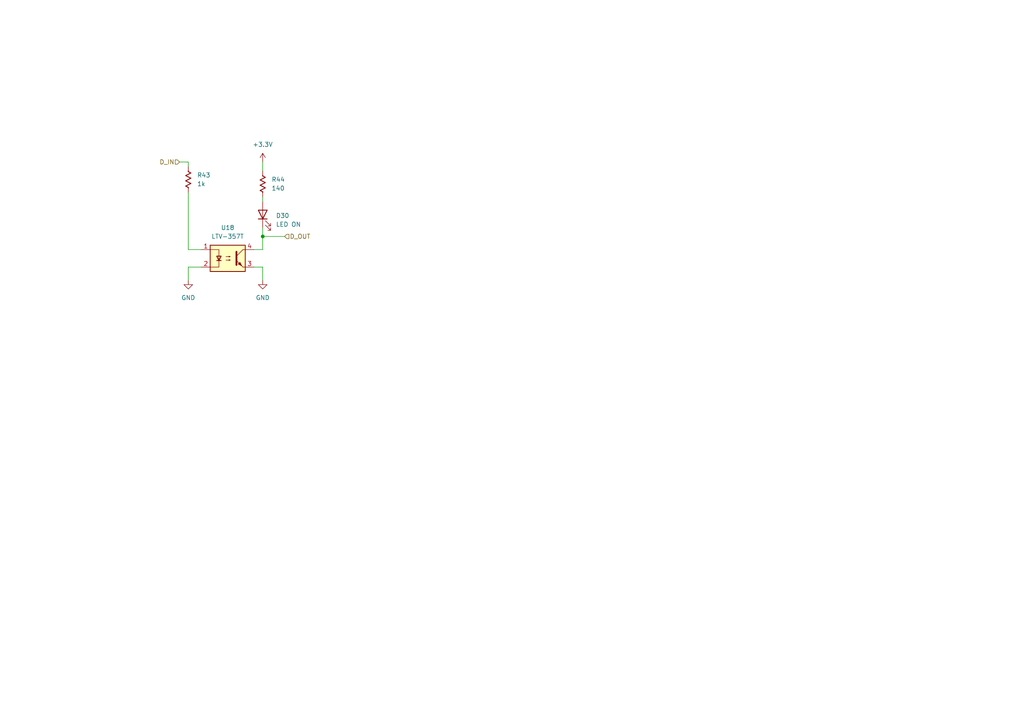
<source format=kicad_sch>
(kicad_sch (version 20250114) (generator "eeschema") (generator_version "9.0")
  (paper "A4")
  (lib_symbols
    (symbol "EasyEDA:+3.3V" (power) (pin_numbers (hide yes)) (pin_names (offset 0) (hide yes))
      (property "Value" "+3.3V" (at 0 3.556 0))
      (symbol "+3.3V_0_1"
        (polyline (pts (xy -0.762 1.27) (xy 0 2.54)))
        (polyline (pts (xy 0 2.54) (xy 0.762 1.27)))
        (polyline (pts (xy 0 0) (xy 0 2.54)))
      )
      (symbol "+3.3V_1_1"
        (pin power_in line (at 0 0 90) (length 0) (name "~") (number "1"))
      )
    )
    (symbol "EasyEDA:GND" (power) (pin_numbers (hide yes)) (pin_names (offset 0) (hide yes))
      (property "Value" "GND" (at 0 -3.81 0))
      (symbol "GND_0_1"
        (polyline (pts (xy 0 0) (xy 0 -1.27) (xy 1.27 -1.27) (xy 0 -2.54) (xy -1.27 -1.27) (xy 0 -1.27)))
      )
      (symbol "GND_1_1"
        (pin power_in line (at 0 0 270) (length 0) (name "~") (number "1"))
      )
    )
    (symbol "EasyEDA:LED" (pin_numbers (hide yes)) (pin_names (offset 1.016) (hide yes))
      (property "Reference" "D" (at 0 2.54 0))
      (property "Value" "LED" (at 0 -2.54 0))
      (symbol "LED_0_1"
        (polyline (pts (xy -3.048 -0.762) (xy -4.572 -2.286) (xy -3.81 -2.286) (xy -4.572 -2.286) (xy -4.572 -1.524)))
        (polyline (pts (xy -1.778 -0.762) (xy -3.302 -2.286) (xy -2.54 -2.286) (xy -3.302 -2.286) (xy -3.302 -1.524)))
        (polyline (pts (xy -1.27 0) (xy 1.27 0)))
        (polyline (pts (xy -1.27 -1.27) (xy -1.27 1.27)) (stroke (width 0.254)))
        (polyline (pts (xy 1.27 -1.27) (xy 1.27 1.27) (xy -1.27 0) (xy 1.27 -1.27)) (stroke (width 0.254)))
      )
      (symbol "LED_1_1"
        (pin passive line (at -3.81 0 0) (length 2.54) (name "K") (number "1"))
        (pin passive line (at 3.81 0 180) (length 2.54) (name "A") (number "2"))
      )
    )
    (symbol "EasyEDA:LTV-357T" (pin_names (offset 1.016))
      (property "Reference" "U" (at -5.334 4.826 0))
      (property "Value" "LTV-357T" (at 0 5.08 0))
      (symbol "LTV-357T_0_1"
        (rectangle (start -5.08 3.81) (end 5.08 -3.81) (stroke (width 0.254)) (fill (type background)))
        (polyline (pts (xy -5.08 2.54) (xy -2.54 2.54) (xy -2.54 -0.762)))
        (polyline (pts (xy -3.175 -0.635) (xy -1.905 -0.635)) (stroke (width 0.254)))
        (polyline (pts (xy -2.54 -0.635) (xy -2.54 -2.54) (xy -5.08 -2.54)))
        (polyline (pts (xy -2.54 -0.635) (xy -3.175 0.635) (xy -1.905 0.635) (xy -2.54 -0.635)) (stroke (width 0.254)))
        (polyline (pts (xy -0.508 0.508) (xy 0.762 0.508) (xy 0.381 0.381) (xy 0.381 0.635) (xy 0.762 0.508)))
        (polyline (pts (xy -0.508 -0.508) (xy 0.762 -0.508) (xy 0.381 -0.635) (xy 0.381 -0.381) (xy 0.762 -0.508)))
        (polyline (pts (xy 2.54 1.905) (xy 2.54 -1.905)) (stroke (width 0.508)))
        (polyline (pts (xy 2.54 0.635) (xy 4.445 2.54)))
        (polyline (pts (xy 3.048 -1.651) (xy 3.556 -1.143) (xy 4.064 -2.159) (xy 3.048 -1.651)) (fill (type outline)))
        (polyline (pts (xy 4.445 2.54) (xy 5.08 2.54)))
        (polyline (pts (xy 4.445 -2.54) (xy 2.54 -0.635)) (fill (type outline)))
        (polyline (pts (xy 4.445 -2.54) (xy 5.08 -2.54)))
      )
      (symbol "LTV-357T_1_1"
        (pin passive line (at -7.62 2.54 0) (length 2.54) (name "~") (number "1"))
        (pin passive line (at -7.62 -2.54 0) (length 2.54) (name "~") (number "2"))
        (pin passive line (at 7.62 2.54 180) (length 2.54) (name "~") (number "4"))
        (pin passive line (at 7.62 -2.54 180) (length 2.54) (name "~") (number "3"))
      )
    )
    (symbol "EasyEDA:R_0603" (pin_numbers (hide yes)) (pin_names (offset 0))
      (property "Reference" "R" (at 2.54 1.27 0))
      (property "Value" "R_0603" (at 2.54 -1.27 0))
      (symbol "R_0603_0_1"
        (polyline (pts (xy 0 2.286) (xy 0 2.54)) (stroke (width 0.254)))
        (polyline (pts (xy 0 2.286) (xy 0.762 1.905) (xy -0.762 1.143) (xy 0 0.762) (xy 0.762 0.381) (xy 0 0) (xy -0.762 -0.381) (xy 0 -0.762) (xy 0.762 -1.143) (xy 0 -1.524) (xy -0.762 -1.905) (xy 0 -2.286)) (stroke (width 0.254)))
        (polyline (pts (xy 0 -2.286) (xy 0 -2.54)) (stroke (width 0.254)))
      )
      (symbol "R_0603_0_2"
        (polyline (pts (xy -2.54 -2.54) (xy -1.778 -1.778)))
        (polyline (pts (xy -1.778 -1.778) (xy -1.524 -1.524)) (stroke (width 0.254)))
        (polyline (pts (xy -1.524 -1.524) (xy -1.778 -0.762) (xy -1.016 -1.016)) (stroke (width 0.254)))
        (polyline (pts (xy -0.508 -0.508) (xy -0.762 0.254) (xy 0 0)) (stroke (width 0.254)))
        (polyline (pts (xy -0.508 -0.508) (xy -0.254 -1.27) (xy -1.016 -1.016)) (stroke (width 0.254)))
        (polyline (pts (xy 0.508 0.508) (xy 0.254 1.27) (xy 1.016 1.016)) (stroke (width 0.254)))
        (polyline (pts (xy 0.508 0.508) (xy 0.762 -0.254) (xy 0 0)) (stroke (width 0.254)))
        (polyline (pts (xy 1.524 1.524) (xy 1.778 0.762) (xy 1.016 1.016)) (stroke (width 0.254)))
        (polyline (pts (xy 1.778 1.778) (xy 1.524 1.524)) (stroke (width 0.254)))
        (polyline (pts (xy 1.778 1.778) (xy 2.54 2.54)))
      )
      (symbol "R_0603_1_1"
        (pin passive line (at 0 3.81 270) (length 1.27) (name "~") (number "1"))
        (pin passive line (at 0 -3.81 90) (length 1.27) (name "~") (number "2"))
      )
      (symbol "R_0603_1_2"
        (pin passive line (at -2.54 -2.54 0) (length 0) (name "") (number "2"))
        (pin passive line (at 2.54 2.54 180) (length 0) (name "") (number "1"))
      )
    )
  )
  (junction (at 76.2 68.58))
  (wire (pts (xy 54.61 46.99) (xy 54.61 48.26)))
  (wire (pts (xy 54.61 55.88) (xy 54.61 72.39)))
  (wire (pts (xy 54.61 77.47) (xy 54.61 81.28)))
  (wire (pts (xy 54.61 77.47) (xy 58.42 77.47)))
  (wire (pts (xy 76.2 46.99) (xy 76.2 49.53)))
  (wire (pts (xy 76.2 57.15) (xy 76.2 58.42)))
  (wire (pts (xy 52.07 46.99) (xy 54.61 46.99)))
  (wire (pts (xy 76.2 66.04) (xy 76.2 68.58)))
  (wire (pts (xy 76.2 77.47) (xy 76.2 81.28)))
  (wire (pts (xy 76.2 72.39) (xy 76.2 68.58)))
  (wire (pts (xy 73.66 72.39) (xy 76.2 72.39)))
  (wire (pts (xy 76.2 68.58) (xy 82.55 68.58)))
  (wire (pts (xy 76.2 77.47) (xy 73.66 77.47)))
  (wire (pts (xy 54.61 72.39) (xy 58.42 72.39)))
  (hierarchical_label "D_OUT" (shape input) (at 82.55 68.58 0))
  (hierarchical_label "D_IN" (shape input) (at 52.07 46.99 180))
  (symbol (lib_id "EasyEDA:R_0603") (at 76.2 53.34 0) (unit 1)
    (property "Reference" "R28" (at 78.74 52.0699 0) (effects (justify left)))
    (property "Value" "140" (at 78.74 54.6099 0) (effects (justify left)))
    (property "Footprint" "PCM_Resistor_SMD_AKL:R_0603_1608Metric" (effects (hide yes)))
    (property "Description" "SMD 0603 Chip Resistor, US Symbol, Alternate KiCad Library" (effects (hide yes)))
    (instances (project "Nivara_PCB" (path "" (reference "R44") (unit 1)) (path "" (reference "R28") (unit 1)) (path "" (reference "R42") (unit 1))))
  )
  (symbol (lib_id "EasyEDA:GND") (at 54.61 81.28 0) (unit 1)
    (property "Reference" "#PWR048" (effects (hide yes)))
    (property "Value" "GND" (at 54.61 86.36 0))
    (property "Description" "Power symbol creates a global label with name \"GND\" , ground" (effects (hide yes)))
    (instances (project "Nivara_PCB" (path "" (reference "#PWR067") (unit 1)) (path "" (reference "#PWR048") (unit 1)) (path "" (reference "#PWR064") (unit 1))))
  )
  (symbol (lib_id "EasyEDA:LED") (at 76.2 62.23 90) (unit 1)
    (property "Reference" "D20" (at 80.01 62.5474 90) (effects (justify right)))
    (property "Value" "LED ON" (at 80.01 65.0874 90) (effects (justify right)))
    (property "Footprint" "LED_SMD:LED_0603_1608Metric" (effects (hide yes)))
    (property "Description" "Light emitting diode" (effects (hide yes)))
    (property "Sim.Pins" "1=K 2=A" (effects (hide yes)))
    (instances (project "Nivara_PCB" (path "" (reference "D30") (unit 1)) (path "" (reference "D20") (unit 1)) (path "" (reference "D29") (unit 1))))
  )
  (symbol (lib_id "EasyEDA:GND") (at 76.2 81.28 0) (unit 1)
    (property "Reference" "#PWR050" (effects (hide yes)))
    (property "Value" "GND" (at 76.2 86.36 0))
    (property "Description" "Power symbol creates a global label with name \"GND\" , ground" (effects (hide yes)))
    (instances (project "Nivara_PCB" (path "" (reference "#PWR069") (unit 1)) (path "" (reference "#PWR050") (unit 1)) (path "" (reference "#PWR066") (unit 1))))
  )
  (symbol (lib_id "EasyEDA:LTV-357T") (at 66.04 74.93 0) (unit 1)
    (property "Reference" "U12" (at 66.04 66.04 0))
    (property "Value" "LTV-357T" (at 66.04 68.58 0))
    (property "Footprint" "Package_SO:SO-4_4.4x3.6mm_P2.54mm" (effects (hide yes)))
    (property "Datasheet" "https://www.buerklin.com/medias/sys_master/download/download/h91/ha0/8892020588574.pdf" (effects (hide yes)))
    (property "Description" "DC Optocoupler, Vce 35V, CTR 50%, SO-4" (effects (hide yes)))
    (instances (project "Nivara_PCB" (path "" (reference "U18") (unit 1)) (path "" (reference "U12") (unit 1)) (path "" (reference "U17") (unit 1))))
  )
  (symbol (lib_id "EasyEDA:R_0603") (at 54.61 52.07 0) (unit 1)
    (property "Reference" "R27" (at 57.15 50.7999 0) (effects (justify left)))
    (property "Value" "1k" (at 57.15 53.3399 0) (effects (justify left)))
    (property "Footprint" "PCM_Resistor_SMD_AKL:R_0603_1608Metric" (effects (hide yes)))
    (property "Description" "SMD 0603 Chip Resistor, US Symbol, Alternate KiCad Library" (effects (hide yes)))
    (instances (project "Nivara_PCB" (path "" (reference "R43") (unit 1)) (path "" (reference "R27") (unit 1)) (path "" (reference "R41") (unit 1))))
  )
  (symbol (lib_id "EasyEDA:+3.3V") (at 76.2 46.99 0) (unit 1)
    (property "Reference" "#PWR049" (effects (hide yes)))
    (property "Value" "+3.3V" (at 76.2 41.91 0))
    (property "Description" "Power symbol creates a global label with name \"+3.3V\"" (effects (hide yes)))
    (instances (project "Nivara_PCB" (path "" (reference "#PWR068") (unit 1)) (path "" (reference "#PWR049") (unit 1)) (path "" (reference "#PWR065") (unit 1))))
  )
)
</source>
